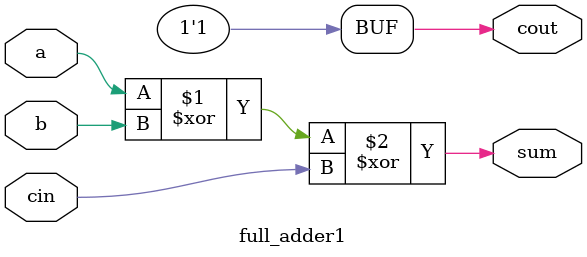
<source format=v>
module full_adder1(a,b,cin,sum,cout);
input a,b,cin;
output sum,cout;
assign sum = a^b^cin;
assign cout = 1'b1; 
// initial begin
//     $display("The incorrect adder with or1 having out/1");
// end   
endmodule
</source>
